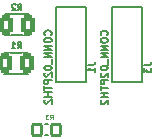
<source format=gbo>
%TF.GenerationSoftware,KiCad,Pcbnew,(6.0.8)*%
%TF.CreationDate,2024-10-24T13:15:24+05:30*%
%TF.ProjectId,mp3_player,6d70335f-706c-4617-9965-722e6b696361,rev?*%
%TF.SameCoordinates,Original*%
%TF.FileFunction,Legend,Bot*%
%TF.FilePolarity,Positive*%
%FSLAX46Y46*%
G04 Gerber Fmt 4.6, Leading zero omitted, Abs format (unit mm)*
G04 Created by KiCad (PCBNEW (6.0.8)) date 2024-10-24 13:15:24*
%MOMM*%
%LPD*%
G01*
G04 APERTURE LIST*
G04 Aperture macros list*
%AMRoundRect*
0 Rectangle with rounded corners*
0 $1 Rounding radius*
0 $2 $3 $4 $5 $6 $7 $8 $9 X,Y pos of 4 corners*
0 Add a 4 corners polygon primitive as box body*
4,1,4,$2,$3,$4,$5,$6,$7,$8,$9,$2,$3,0*
0 Add four circle primitives for the rounded corners*
1,1,$1+$1,$2,$3*
1,1,$1+$1,$4,$5*
1,1,$1+$1,$6,$7*
1,1,$1+$1,$8,$9*
0 Add four rect primitives between the rounded corners*
20,1,$1+$1,$2,$3,$4,$5,0*
20,1,$1+$1,$4,$5,$6,$7,0*
20,1,$1+$1,$6,$7,$8,$9,0*
20,1,$1+$1,$8,$9,$2,$3,0*%
G04 Aperture macros list end*
%ADD10C,0.130910*%
%ADD11C,0.127000*%
%ADD12C,0.098425*%
%ADD13R,2.200000X2.200000*%
%ADD14C,2.200000*%
%ADD15R,1.524000X1.524000*%
%ADD16C,1.524000*%
%ADD17C,1.402080*%
%ADD18RoundRect,0.227000X0.375000X0.585000X-0.375000X0.585000X-0.375000X-0.585000X0.375000X-0.585000X0*%
%ADD19C,1.803400*%
%ADD20RoundRect,0.102000X0.395000X0.465000X-0.395000X0.465000X-0.395000X-0.465000X0.395000X-0.465000X0*%
G04 APERTURE END LIST*
D10*
%TO.C,R1*%
X144848418Y-83288692D02*
X145022965Y-83039340D01*
X145147641Y-83288692D02*
X145147641Y-82765052D01*
X144948159Y-82765052D01*
X144898288Y-82789988D01*
X144873353Y-82814923D01*
X144848418Y-82864793D01*
X144848418Y-82939599D01*
X144873353Y-82989469D01*
X144898288Y-83014405D01*
X144948159Y-83039340D01*
X145147641Y-83039340D01*
X144349713Y-83288692D02*
X144648936Y-83288692D01*
X144499325Y-83288692D02*
X144499325Y-82765052D01*
X144549195Y-82839858D01*
X144599065Y-82889728D01*
X144648936Y-82914664D01*
%TO.C,R2*%
X144878284Y-80056604D02*
X145052831Y-79807252D01*
X145177507Y-80056604D02*
X145177507Y-79532964D01*
X144978025Y-79532964D01*
X144928154Y-79557900D01*
X144903219Y-79582835D01*
X144878284Y-79632705D01*
X144878284Y-79707511D01*
X144903219Y-79757381D01*
X144928154Y-79782317D01*
X144978025Y-79807252D01*
X145177507Y-79807252D01*
X144678802Y-79582835D02*
X144653867Y-79557900D01*
X144603996Y-79532964D01*
X144479320Y-79532964D01*
X144429450Y-79557900D01*
X144404514Y-79582835D01*
X144379579Y-79632705D01*
X144379579Y-79682576D01*
X144404514Y-79757381D01*
X144703737Y-80056604D01*
X144379579Y-80056604D01*
D11*
%TO.C,J3*%
X155561644Y-84701006D02*
X155997073Y-84701006D01*
X156084158Y-84671977D01*
X156142215Y-84613920D01*
X156171244Y-84526834D01*
X156171244Y-84468777D01*
X155561644Y-84933234D02*
X155561644Y-85310606D01*
X155793873Y-85107406D01*
X155793873Y-85194491D01*
X155822901Y-85252548D01*
X155851930Y-85281577D01*
X155909987Y-85310606D01*
X156055130Y-85310606D01*
X156113187Y-85281577D01*
X156142215Y-85252548D01*
X156171244Y-85194491D01*
X156171244Y-85020320D01*
X156142215Y-84962263D01*
X156113187Y-84933234D01*
X152430187Y-82175520D02*
X152459215Y-82146491D01*
X152488244Y-82059406D01*
X152488244Y-82001348D01*
X152459215Y-81914263D01*
X152401158Y-81856206D01*
X152343101Y-81827177D01*
X152226987Y-81798148D01*
X152139901Y-81798148D01*
X152023787Y-81827177D01*
X151965730Y-81856206D01*
X151907673Y-81914263D01*
X151878644Y-82001348D01*
X151878644Y-82059406D01*
X151907673Y-82146491D01*
X151936701Y-82175520D01*
X151878644Y-82552891D02*
X151878644Y-82669006D01*
X151907673Y-82727063D01*
X151965730Y-82785120D01*
X152081844Y-82814148D01*
X152285044Y-82814148D01*
X152401158Y-82785120D01*
X152459215Y-82727063D01*
X152488244Y-82669006D01*
X152488244Y-82552891D01*
X152459215Y-82494834D01*
X152401158Y-82436777D01*
X152285044Y-82407748D01*
X152081844Y-82407748D01*
X151965730Y-82436777D01*
X151907673Y-82494834D01*
X151878644Y-82552891D01*
X152488244Y-83075406D02*
X151878644Y-83075406D01*
X152488244Y-83423748D01*
X151878644Y-83423748D01*
X152488244Y-83714034D02*
X151878644Y-83714034D01*
X152488244Y-84062377D01*
X151878644Y-84062377D01*
X152546301Y-84207520D02*
X152546301Y-84671977D01*
X151878644Y-84933234D02*
X151878644Y-84991291D01*
X151907673Y-85049348D01*
X151936701Y-85078377D01*
X151994758Y-85107406D01*
X152110873Y-85136434D01*
X152256015Y-85136434D01*
X152372130Y-85107406D01*
X152430187Y-85078377D01*
X152459215Y-85049348D01*
X152488244Y-84991291D01*
X152488244Y-84933234D01*
X152459215Y-84875177D01*
X152430187Y-84846148D01*
X152372130Y-84817120D01*
X152256015Y-84788091D01*
X152110873Y-84788091D01*
X151994758Y-84817120D01*
X151936701Y-84846148D01*
X151907673Y-84875177D01*
X151878644Y-84933234D01*
X151936701Y-85368663D02*
X151907673Y-85397691D01*
X151878644Y-85455748D01*
X151878644Y-85600891D01*
X151907673Y-85658948D01*
X151936701Y-85687977D01*
X151994758Y-85717006D01*
X152052815Y-85717006D01*
X152139901Y-85687977D01*
X152488244Y-85339634D01*
X152488244Y-85717006D01*
X152488244Y-85978263D02*
X151878644Y-85978263D01*
X151878644Y-86210491D01*
X151907673Y-86268548D01*
X151936701Y-86297577D01*
X151994758Y-86326606D01*
X152081844Y-86326606D01*
X152139901Y-86297577D01*
X152168930Y-86268548D01*
X152197958Y-86210491D01*
X152197958Y-85978263D01*
X151878644Y-86500777D02*
X151878644Y-86849120D01*
X152488244Y-86674948D02*
X151878644Y-86674948D01*
X152488244Y-87052320D02*
X151878644Y-87052320D01*
X152168930Y-87052320D02*
X152168930Y-87400663D01*
X152488244Y-87400663D02*
X151878644Y-87400663D01*
X151936701Y-87661920D02*
X151907673Y-87690948D01*
X151878644Y-87749006D01*
X151878644Y-87894148D01*
X151907673Y-87952206D01*
X151936701Y-87981234D01*
X151994758Y-88010263D01*
X152052815Y-88010263D01*
X152139901Y-87981234D01*
X152488244Y-87632891D01*
X152488244Y-88010263D01*
%TO.C,J1*%
X150796748Y-84675518D02*
X151232177Y-84675518D01*
X151319262Y-84646489D01*
X151377319Y-84588432D01*
X151406348Y-84501346D01*
X151406348Y-84443289D01*
X151406348Y-85285118D02*
X151406348Y-84936775D01*
X151406348Y-85110946D02*
X150796748Y-85110946D01*
X150883834Y-85052889D01*
X150941891Y-84994832D01*
X150970919Y-84936775D01*
X147665291Y-82150032D02*
X147694319Y-82121003D01*
X147723348Y-82033918D01*
X147723348Y-81975860D01*
X147694319Y-81888775D01*
X147636262Y-81830718D01*
X147578205Y-81801689D01*
X147462091Y-81772660D01*
X147375005Y-81772660D01*
X147258891Y-81801689D01*
X147200834Y-81830718D01*
X147142777Y-81888775D01*
X147113748Y-81975860D01*
X147113748Y-82033918D01*
X147142777Y-82121003D01*
X147171805Y-82150032D01*
X147113748Y-82527403D02*
X147113748Y-82643518D01*
X147142777Y-82701575D01*
X147200834Y-82759632D01*
X147316948Y-82788660D01*
X147520148Y-82788660D01*
X147636262Y-82759632D01*
X147694319Y-82701575D01*
X147723348Y-82643518D01*
X147723348Y-82527403D01*
X147694319Y-82469346D01*
X147636262Y-82411289D01*
X147520148Y-82382260D01*
X147316948Y-82382260D01*
X147200834Y-82411289D01*
X147142777Y-82469346D01*
X147113748Y-82527403D01*
X147723348Y-83049918D02*
X147113748Y-83049918D01*
X147723348Y-83398260D01*
X147113748Y-83398260D01*
X147723348Y-83688546D02*
X147113748Y-83688546D01*
X147723348Y-84036889D01*
X147113748Y-84036889D01*
X147781405Y-84182032D02*
X147781405Y-84646489D01*
X147113748Y-84907746D02*
X147113748Y-84965803D01*
X147142777Y-85023860D01*
X147171805Y-85052889D01*
X147229862Y-85081918D01*
X147345977Y-85110946D01*
X147491119Y-85110946D01*
X147607234Y-85081918D01*
X147665291Y-85052889D01*
X147694319Y-85023860D01*
X147723348Y-84965803D01*
X147723348Y-84907746D01*
X147694319Y-84849689D01*
X147665291Y-84820660D01*
X147607234Y-84791632D01*
X147491119Y-84762603D01*
X147345977Y-84762603D01*
X147229862Y-84791632D01*
X147171805Y-84820660D01*
X147142777Y-84849689D01*
X147113748Y-84907746D01*
X147171805Y-85343175D02*
X147142777Y-85372203D01*
X147113748Y-85430260D01*
X147113748Y-85575403D01*
X147142777Y-85633460D01*
X147171805Y-85662489D01*
X147229862Y-85691518D01*
X147287919Y-85691518D01*
X147375005Y-85662489D01*
X147723348Y-85314146D01*
X147723348Y-85691518D01*
X147723348Y-85952775D02*
X147113748Y-85952775D01*
X147113748Y-86185003D01*
X147142777Y-86243060D01*
X147171805Y-86272089D01*
X147229862Y-86301118D01*
X147316948Y-86301118D01*
X147375005Y-86272089D01*
X147404034Y-86243060D01*
X147433062Y-86185003D01*
X147433062Y-85952775D01*
X147113748Y-86475289D02*
X147113748Y-86823632D01*
X147723348Y-86649460D02*
X147113748Y-86649460D01*
X147723348Y-87026832D02*
X147113748Y-87026832D01*
X147404034Y-87026832D02*
X147404034Y-87375175D01*
X147723348Y-87375175D02*
X147113748Y-87375175D01*
X147171805Y-87636432D02*
X147142777Y-87665460D01*
X147113748Y-87723518D01*
X147113748Y-87868660D01*
X147142777Y-87926718D01*
X147171805Y-87955746D01*
X147229862Y-87984775D01*
X147287919Y-87984775D01*
X147375005Y-87955746D01*
X147723348Y-87607403D01*
X147723348Y-87984775D01*
D12*
%TO.C,R3*%
X147595616Y-89298102D02*
X147726850Y-89110626D01*
X147820588Y-89298102D02*
X147820588Y-88904401D01*
X147670607Y-88904401D01*
X147633112Y-88923149D01*
X147614364Y-88941897D01*
X147595616Y-88979392D01*
X147595616Y-89035635D01*
X147614364Y-89073130D01*
X147633112Y-89091878D01*
X147670607Y-89110626D01*
X147820588Y-89110626D01*
X147464383Y-88904401D02*
X147220663Y-88904401D01*
X147351897Y-89054383D01*
X147295654Y-89054383D01*
X147258158Y-89073130D01*
X147239411Y-89091878D01*
X147220663Y-89129373D01*
X147220663Y-89223112D01*
X147239411Y-89260607D01*
X147258158Y-89279355D01*
X147295654Y-89298102D01*
X147408140Y-89298102D01*
X147445635Y-89279355D01*
X147464383Y-89260607D01*
D11*
%TO.C,R1*%
X145738878Y-83673750D02*
X143738878Y-83673750D01*
X145738878Y-85453750D02*
X143738878Y-85453750D01*
%TO.C,R2*%
X145780000Y-82170000D02*
X143780000Y-82170000D01*
X145780000Y-80390000D02*
X143780000Y-80390000D01*
%TO.C,J3*%
X155387473Y-86174206D02*
X152847473Y-86174206D01*
X152847473Y-86174206D02*
X152847473Y-79824206D01*
X155387473Y-79824206D02*
X155387473Y-86174206D01*
X152847473Y-79824206D02*
X155387473Y-79824206D01*
%TO.C,J1*%
X148082577Y-86148718D02*
X148082577Y-79798718D01*
X150622577Y-86148718D02*
X148082577Y-86148718D01*
X148082577Y-79798718D02*
X150622577Y-79798718D01*
X150622577Y-79798718D02*
X150622577Y-86148718D01*
%TO.C,R3*%
X147430000Y-89720000D02*
X147210000Y-89720000D01*
X147430000Y-90620000D02*
X147210000Y-90620000D01*
%TD*%
%LPC*%
D13*
%TO.C,S2*%
X143562000Y-103922000D03*
D14*
X150062000Y-103922000D03*
X143562000Y-108422000D03*
X150062000Y-108422000D03*
%TD*%
D13*
%TO.C,S3*%
X133402000Y-107986000D03*
D14*
X139902000Y-107986000D03*
X133402000Y-112486000D03*
X139902000Y-112486000D03*
%TD*%
D13*
%TO.C,S1*%
X160730000Y-112486000D03*
D14*
X154230000Y-112486000D03*
X160730000Y-107986000D03*
X154230000Y-107986000D03*
%TD*%
D15*
%TO.C,U1*%
X140086500Y-78737347D03*
D16*
X140086500Y-81277347D03*
X140086500Y-83817347D03*
X140086500Y-86357347D03*
X140086500Y-88897347D03*
X140086500Y-91437347D03*
X140086500Y-93977347D03*
X140086500Y-96517347D03*
X157546500Y-96517347D03*
X157546500Y-93977347D03*
X157546500Y-91437347D03*
X157546500Y-88897347D03*
X157546500Y-86357347D03*
X157546500Y-83817347D03*
X157546500Y-81277347D03*
X157546500Y-78737347D03*
%TD*%
D17*
%TO.C,J2*%
X133350000Y-86047580D03*
X133350000Y-79047340D03*
%TD*%
D18*
%TO.C,R1*%
X145673878Y-84563750D03*
X143803878Y-84563750D03*
%TD*%
%TO.C,R2*%
X145715000Y-81280000D03*
X143845000Y-81280000D03*
%TD*%
D19*
%TO.C,J3*%
X154117473Y-84904206D03*
X154117473Y-81094206D03*
%TD*%
%TO.C,J1*%
X149352577Y-84878718D03*
X149352577Y-81068718D03*
%TD*%
D20*
%TO.C,R3*%
X148140000Y-90170000D03*
X146500000Y-90170000D03*
%TD*%
M02*

</source>
